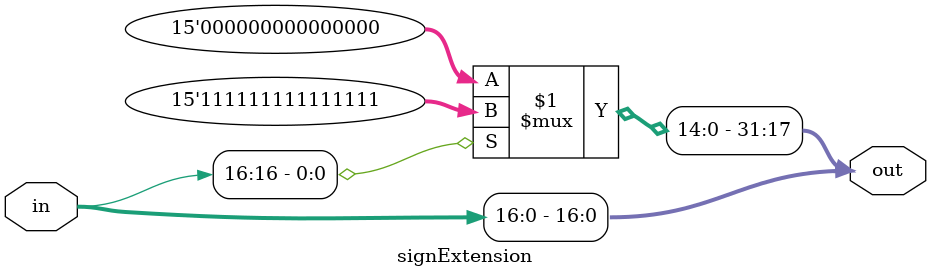
<source format=v>
module signExtension(in, out);
	input [16:0] in;
	output [31:0]  out;
	
	assign out[16: 0] = in[16:0];
	assign out[31:17] = in[16] ? 15'b111111111111111 : 15'b0;
	
endmodule
</source>
